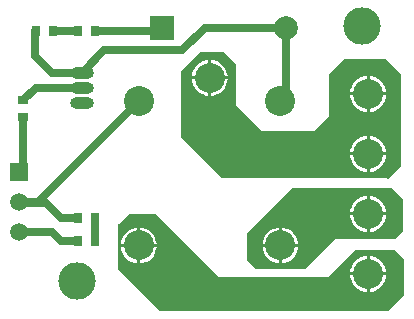
<source format=gtl>
%FSLAX25Y25*%
%MOIN*%
G70*
G01*
G75*
G04 Layer_Physical_Order=1*
G04 Layer_Color=255*
%ADD10R,0.03543X0.03150*%
%ADD11R,0.03150X0.03543*%
%ADD12C,0.02500*%
%ADD13O,0.07874X0.03937*%
%ADD14O,0.07874X0.03937*%
%ADD15C,0.10000*%
%ADD16C,0.07874*%
%ADD17R,0.07874X0.07874*%
%ADD18C,0.12500*%
%ADD19R,0.05906X0.05906*%
%ADD20C,0.05906*%
G36*
X412000Y308500D02*
Y294500D01*
X420500Y286000D01*
X438000D01*
X443000Y291000D01*
Y305000D01*
X448000Y310000D01*
X462000D01*
X467000Y305000D01*
Y274500D01*
X462500Y270000D01*
X462000Y270500D01*
X407000D01*
X393500Y284000D01*
Y306000D01*
X400000Y312500D01*
X408000D01*
X412000Y308500D01*
D02*
G37*
G36*
X467500Y263500D02*
Y252500D01*
X465000Y250000D01*
X445000D01*
X437500Y242500D01*
X435000Y240000D01*
X418500D01*
X415500Y243000D01*
Y252000D01*
X430500Y267000D01*
X464000D01*
X467500Y263500D01*
D02*
G37*
G36*
X390500Y253000D02*
X406000Y237500D01*
X442500D01*
X451500Y246500D01*
X465000D01*
X468000Y243500D01*
Y231500D01*
X462500Y226000D01*
X386500D01*
X372500Y240000D01*
Y255000D01*
X373000D01*
X376500Y258500D01*
X385000D01*
X390500Y253000D01*
D02*
G37*
%LPC*%
G36*
X380000Y253948D02*
Y248468D01*
X385480D01*
X385413Y249145D01*
X385070Y250276D01*
X384513Y251318D01*
X383763Y252232D01*
X382850Y252981D01*
X381807Y253539D01*
X380676Y253882D01*
X380000Y253948D01*
D02*
G37*
G36*
X379000D02*
X378324Y253882D01*
X377193Y253539D01*
X376150Y252981D01*
X375237Y252232D01*
X374487Y251318D01*
X373930Y250276D01*
X373587Y249145D01*
X373520Y248468D01*
X379000D01*
Y253948D01*
D02*
G37*
G36*
X432724Y247468D02*
X427244D01*
Y241989D01*
X427920Y242055D01*
X429051Y242398D01*
X430094Y242955D01*
X431007Y243705D01*
X431757Y244619D01*
X432314Y245661D01*
X432657Y246792D01*
X432724Y247468D01*
D02*
G37*
G36*
X426244Y253948D02*
X425568Y253882D01*
X424437Y253539D01*
X423394Y252981D01*
X422481Y252232D01*
X421731Y251318D01*
X421174Y250276D01*
X420831Y249145D01*
X420764Y248468D01*
X426244D01*
Y253948D01*
D02*
G37*
G36*
X455500Y258000D02*
X450020D01*
X450087Y257324D01*
X450430Y256193D01*
X450987Y255151D01*
X451737Y254237D01*
X452650Y253487D01*
X453693Y252930D01*
X454824Y252587D01*
X455500Y252520D01*
Y258000D01*
D02*
G37*
G36*
X427244Y253948D02*
Y248468D01*
X432724D01*
X432657Y249145D01*
X432314Y250276D01*
X431757Y251318D01*
X431007Y252232D01*
X430094Y252981D01*
X429051Y253539D01*
X427920Y253882D01*
X427244Y253948D01*
D02*
G37*
G36*
X455500Y244480D02*
X454824Y244413D01*
X453693Y244070D01*
X452650Y243513D01*
X451737Y242763D01*
X450987Y241849D01*
X450430Y240807D01*
X450087Y239676D01*
X450020Y239000D01*
X455500D01*
Y244480D01*
D02*
G37*
G36*
X461980Y238000D02*
X456500D01*
Y232520D01*
X457176Y232587D01*
X458307Y232930D01*
X459349Y233487D01*
X460263Y234237D01*
X461013Y235151D01*
X461570Y236193D01*
X461913Y237324D01*
X461980Y238000D01*
D02*
G37*
G36*
X455500D02*
X450020D01*
X450087Y237324D01*
X450430Y236193D01*
X450987Y235151D01*
X451737Y234237D01*
X452650Y233487D01*
X453693Y232930D01*
X454824Y232587D01*
X455500Y232520D01*
Y238000D01*
D02*
G37*
G36*
X456500Y244480D02*
Y239000D01*
X461980D01*
X461913Y239676D01*
X461570Y240807D01*
X461013Y241849D01*
X460263Y242763D01*
X459349Y243513D01*
X458307Y244070D01*
X457176Y244413D01*
X456500Y244480D01*
D02*
G37*
G36*
X426244Y247468D02*
X420764D01*
X420831Y246792D01*
X421174Y245661D01*
X421731Y244619D01*
X422481Y243705D01*
X423394Y242955D01*
X424437Y242398D01*
X425568Y242055D01*
X426244Y241989D01*
Y247468D01*
D02*
G37*
G36*
X385480D02*
X380000D01*
Y241989D01*
X380676Y242055D01*
X381807Y242398D01*
X382850Y242955D01*
X383763Y243705D01*
X384513Y244619D01*
X385070Y245661D01*
X385413Y246792D01*
X385480Y247468D01*
D02*
G37*
G36*
X379000D02*
X373520D01*
X373587Y246792D01*
X373930Y245661D01*
X374487Y244619D01*
X375237Y243705D01*
X376150Y242955D01*
X377193Y242398D01*
X378324Y242055D01*
X379000Y241989D01*
Y247468D01*
D02*
G37*
G36*
X409102Y303374D02*
X403622D01*
Y297894D01*
X404298Y297961D01*
X405429Y298304D01*
X406472Y298861D01*
X407385Y299611D01*
X408135Y300524D01*
X408692Y301567D01*
X409035Y302698D01*
X409102Y303374D01*
D02*
G37*
G36*
X402622D02*
X397142D01*
X397209Y302698D01*
X397552Y301567D01*
X398109Y300524D01*
X398859Y299611D01*
X399773Y298861D01*
X400815Y298304D01*
X401946Y297961D01*
X402622Y297894D01*
Y303374D01*
D02*
G37*
G36*
X461980Y298000D02*
X456500D01*
Y292520D01*
X457176Y292587D01*
X458307Y292930D01*
X459349Y293487D01*
X460263Y294237D01*
X461013Y295150D01*
X461570Y296193D01*
X461913Y297324D01*
X461980Y298000D01*
D02*
G37*
G36*
X455500Y304480D02*
X454824Y304413D01*
X453693Y304070D01*
X452650Y303513D01*
X451737Y302763D01*
X450987Y301850D01*
X450430Y300807D01*
X450087Y299676D01*
X450020Y299000D01*
X455500D01*
Y304480D01*
D02*
G37*
G36*
X403622Y309854D02*
Y304374D01*
X409102D01*
X409035Y305050D01*
X408692Y306181D01*
X408135Y307224D01*
X407385Y308137D01*
X406472Y308887D01*
X405429Y309444D01*
X404298Y309787D01*
X403622Y309854D01*
D02*
G37*
G36*
X402622D02*
X401946Y309787D01*
X400815Y309444D01*
X399773Y308887D01*
X398859Y308137D01*
X398109Y307224D01*
X397552Y306181D01*
X397209Y305050D01*
X397142Y304374D01*
X402622D01*
Y309854D01*
D02*
G37*
G36*
X456500Y304480D02*
Y299000D01*
X461980D01*
X461913Y299676D01*
X461570Y300807D01*
X461013Y301850D01*
X460263Y302763D01*
X459349Y303513D01*
X458307Y304070D01*
X457176Y304413D01*
X456500Y304480D01*
D02*
G37*
G36*
X455500Y298000D02*
X450020D01*
X450087Y297324D01*
X450430Y296193D01*
X450987Y295150D01*
X451737Y294237D01*
X452650Y293487D01*
X453693Y292930D01*
X454824Y292587D01*
X455500Y292520D01*
Y298000D01*
D02*
G37*
G36*
X456500Y264480D02*
Y259000D01*
X461980D01*
X461913Y259676D01*
X461570Y260807D01*
X461013Y261849D01*
X460263Y262763D01*
X459349Y263513D01*
X458307Y264070D01*
X457176Y264413D01*
X456500Y264480D01*
D02*
G37*
G36*
X455500D02*
X454824Y264413D01*
X453693Y264070D01*
X452650Y263513D01*
X451737Y262763D01*
X450987Y261849D01*
X450430Y260807D01*
X450087Y259676D01*
X450020Y259000D01*
X455500D01*
Y264480D01*
D02*
G37*
G36*
X461980Y258000D02*
X456500D01*
Y252520D01*
X457176Y252587D01*
X458307Y252930D01*
X459349Y253487D01*
X460263Y254237D01*
X461013Y255151D01*
X461570Y256193D01*
X461913Y257324D01*
X461980Y258000D01*
D02*
G37*
G36*
X455500Y278000D02*
X450020D01*
X450087Y277324D01*
X450430Y276193D01*
X450987Y275150D01*
X451737Y274237D01*
X452650Y273487D01*
X453693Y272930D01*
X454824Y272587D01*
X455500Y272520D01*
Y278000D01*
D02*
G37*
G36*
X456500Y284480D02*
Y279000D01*
X461980D01*
X461913Y279676D01*
X461570Y280807D01*
X461013Y281850D01*
X460263Y282763D01*
X459349Y283513D01*
X458307Y284070D01*
X457176Y284413D01*
X456500Y284480D01*
D02*
G37*
G36*
X455500D02*
X454824Y284413D01*
X453693Y284070D01*
X452650Y283513D01*
X451737Y282763D01*
X450987Y281850D01*
X450430Y280807D01*
X450087Y279676D01*
X450020Y279000D01*
X455500D01*
Y284480D01*
D02*
G37*
G36*
X461980Y278000D02*
X456500D01*
Y272520D01*
X457176Y272587D01*
X458307Y272930D01*
X459349Y273487D01*
X460263Y274237D01*
X461013Y275150D01*
X461570Y276193D01*
X461913Y277324D01*
X461980Y278000D01*
D02*
G37*
%LPD*%
D10*
X341000Y296354D02*
D03*
Y290646D02*
D03*
D11*
X345146Y319500D02*
D03*
X350854D02*
D03*
X364854D02*
D03*
X359146D02*
D03*
X364854Y249500D02*
D03*
X359146D02*
D03*
Y257000D02*
D03*
X364854D02*
D03*
D12*
X339500Y252500D02*
X350500D01*
X353500Y249500D01*
X359146D01*
X353500Y257000D02*
X359146D01*
X348500Y262000D02*
X353500Y257000D01*
X340000Y262000D02*
X348500D01*
X339500Y262500D02*
X340000Y262000D01*
X364854Y249500D02*
Y257000D01*
X345146Y300500D02*
X360500D01*
X341000Y296354D02*
X345146Y300500D01*
X341000Y274000D02*
Y290646D01*
X339500Y272500D02*
X341000Y274000D01*
X350500Y305500D02*
X360500D01*
X345000Y311000D02*
X350500Y305500D01*
X345000Y311000D02*
Y319354D01*
X345146Y319500D01*
X350854D02*
X359146D01*
X364854D02*
X386409D01*
X387409Y320500D01*
X339500Y262500D02*
X346000D01*
X379500Y296000D01*
X428590Y297847D02*
Y320500D01*
X426744Y296000D02*
X428590Y297847D01*
X360500Y305500D02*
X368000Y313000D01*
X394000D01*
X401500Y320500D01*
X428590D01*
D13*
X360500Y305500D02*
D03*
Y295500D02*
D03*
D14*
Y300500D02*
D03*
D15*
X456000Y278500D02*
D03*
Y298500D02*
D03*
Y238500D02*
D03*
Y258500D02*
D03*
X379500Y247969D02*
D03*
X426744D02*
D03*
X403122Y303874D02*
D03*
X426744Y296000D02*
D03*
X379500D02*
D03*
D16*
X428590Y320500D02*
D03*
D17*
X387409D02*
D03*
D18*
X359000Y236000D02*
D03*
X454000Y321000D02*
D03*
D19*
X339500Y272500D02*
D03*
D20*
Y262500D02*
D03*
Y252500D02*
D03*
M02*

</source>
